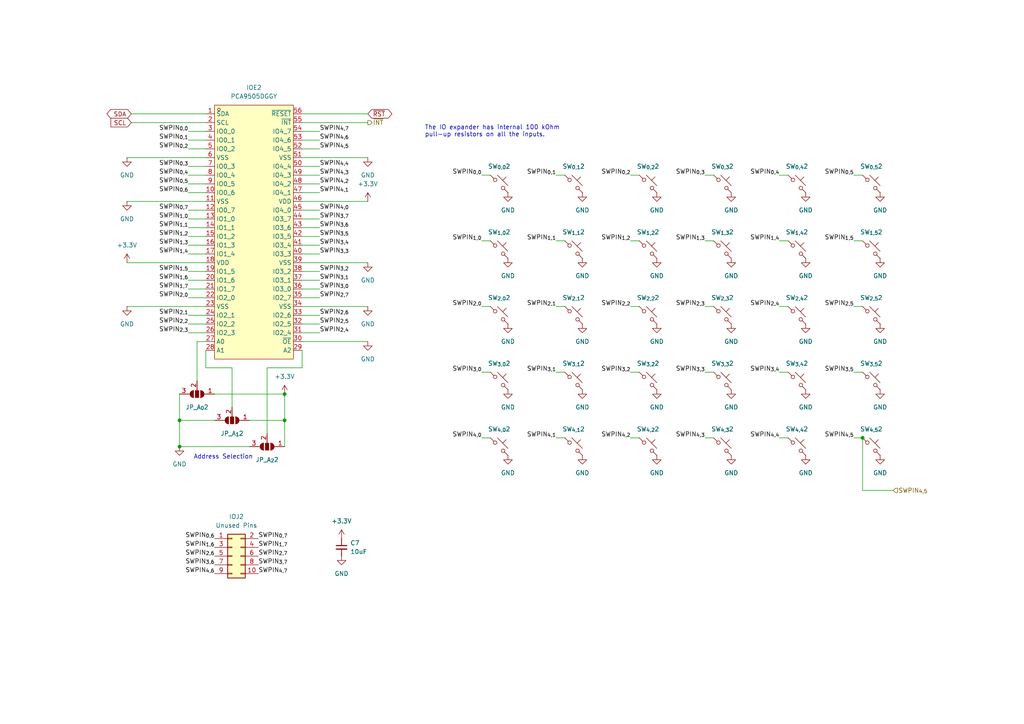
<source format=kicad_sch>
(kicad_sch (version 20250114) (generator "eeschema") (generator_version "9.0")
  (paper "A4")
  (title_block (title "Switches Left Half") (date "2025-08-05") (rev "0.1") (company "Jakub Hlusička"))
  (lib_symbols
    (symbol "Connector_Generic:Conn_02x05_Odd_Even" (pin_names (offset 1.016) (hide yes))
      (property "Reference" "J" (at 1.27 7.62 0))
      (property "Value" "Conn_02x05_Odd_Even" (at 1.27 -7.62 0))
      (symbol "Conn_02x05_Odd_Even_1_1"
        (rectangle (start -1.27 6.35) (end 3.81 -6.35) (stroke (width 0.254)) (fill (type background)))
        (rectangle (start -1.27 5.207) (end 0 4.953) (stroke (width 0.1524)))
        (rectangle (start -1.27 2.667) (end 0 2.413) (stroke (width 0.1524)))
        (rectangle (start -1.27 0.127) (end 0 -0.127) (stroke (width 0.1524)))
        (rectangle (start -1.27 -2.413) (end 0 -2.667) (stroke (width 0.1524)))
        (rectangle (start -1.27 -4.953) (end 0 -5.207) (stroke (width 0.1524)))
        (rectangle (start 3.81 5.207) (end 2.54 4.953) (stroke (width 0.1524)))
        (rectangle (start 3.81 2.667) (end 2.54 2.413) (stroke (width 0.1524)))
        (rectangle (start 3.81 0.127) (end 2.54 -0.127) (stroke (width 0.1524)))
        (rectangle (start 3.81 -2.413) (end 2.54 -2.667) (stroke (width 0.1524)))
        (rectangle (start 3.81 -4.953) (end 2.54 -5.207) (stroke (width 0.1524)))
        (pin passive line (at -5.08 5.08 0) (length 3.81) (name "Pin_1") (number "1"))
        (pin passive line (at -5.08 2.54 0) (length 3.81) (name "Pin_3") (number "3"))
        (pin passive line (at -5.08 0 0) (length 3.81) (name "Pin_5") (number "5"))
        (pin passive line (at -5.08 -2.54 0) (length 3.81) (name "Pin_7") (number "7"))
        (pin passive line (at -5.08 -5.08 0) (length 3.81) (name "Pin_9") (number "9"))
        (pin passive line (at 7.62 5.08 180) (length 3.81) (name "Pin_2") (number "2"))
        (pin passive line (at 7.62 2.54 180) (length 3.81) (name "Pin_4") (number "4"))
        (pin passive line (at 7.62 0 180) (length 3.81) (name "Pin_6") (number "6"))
        (pin passive line (at 7.62 -2.54 180) (length 3.81) (name "Pin_8") (number "8"))
        (pin passive line (at 7.62 -5.08 180) (length 3.81) (name "Pin_10") (number "10"))
      )
    )
    (symbol "Device:C_Small" (pin_numbers (hide yes)) (pin_names (offset 0.254) (hide yes))
      (property "Reference" "C" (at 0.254 1.778 0))
      (property "Value" "C_Small" (at 0.254 -2.032 0))
      (symbol "C_Small_0_1"
        (polyline (pts (xy -1.524 0.508) (xy 1.524 0.508)) (stroke (width 0.3048)))
        (polyline (pts (xy -1.524 -0.508) (xy 1.524 -0.508)) (stroke (width 0.3302)))
      )
      (symbol "C_Small_1_1"
        (pin passive line (at 0 2.54 270) (length 2.032) (name "~") (number "1"))
        (pin passive line (at 0 -2.54 90) (length 2.032) (name "~") (number "2"))
      )
    )
    (symbol "Jumper:SolderJumper_3_Open" (pin_names (offset 0) (hide yes)) (in_bom no)
      (property "Reference" "JP" (at -2.54 -2.54 0))
      (property "Value" "SolderJumper_3_Open" (at 0 2.794 0))
      (symbol "SolderJumper_3_Open_0_1"
        (polyline (pts (xy -2.54 0) (xy -2.032 0)))
        (polyline (pts (xy -1.016 1.016) (xy -1.016 -1.016)))
        (arc (start -1.016 -1.016) (mid -2.0276 0) (end -1.016 1.016))
        (arc (start -1.016 -1.016) (mid -2.0276 0) (end -1.016 1.016) (fill (type outline)))
        (rectangle (start -0.508 1.016) (end 0.508 -1.016) (fill (type outline)))
        (polyline (pts (xy 0 -1.27) (xy 0 -1.016)))
        (arc (start 1.016 1.016) (mid 2.0276 0) (end 1.016 -1.016))
        (arc (start 1.016 1.016) (mid 2.0276 0) (end 1.016 -1.016) (fill (type outline)))
        (polyline (pts (xy 1.016 1.016) (xy 1.016 -1.016)))
        (polyline (pts (xy 2.54 0) (xy 2.032 0)))
      )
      (symbol "SolderJumper_3_Open_1_1"
        (pin passive line (at -5.08 0 0) (length 2.54) (name "A") (number "1"))
        (pin passive line (at 0 -3.81 90) (length 2.54) (name "C") (number "2"))
        (pin passive line (at 5.08 0 180) (length 2.54) (name "B") (number "3"))
      )
    )
    (symbol "Switch:SW_Push_45deg" (pin_numbers (hide yes)) (pin_names (offset 1.016) (hide yes))
      (property "Reference" "SW" (at 3.048 1.016 0))
      (property "Value" "SW_Push_45deg" (at 0 -3.81 0))
      (symbol "SW_Push_45deg_0_1"
        (polyline (pts (xy -2.54 2.54) (xy -1.524 1.524) (xy -1.524 1.524)))
        (circle (center -1.1684 1.1684) (radius 0.508))
        (polyline (pts (xy -0.508 2.54) (xy 2.54 -0.508)))
        (polyline (pts (xy 1.016 1.016) (xy 2.032 2.032)))
        (circle (center 1.143 -1.1938) (radius 0.508))
        (polyline (pts (xy 1.524 -1.524) (xy 2.54 -2.54) (xy 2.54 -2.54) (xy 2.54 -2.54)))
        (pin passive line (at -2.54 2.54 0) (length 0) (name "1") (number "1"))
        (pin passive line (at 2.54 -2.54 180) (length 0) (name "2") (number "2"))
      )
    )
    (symbol "easyeda2kicad:PCA9505DGGY"
      (property "Reference" "U" (at 0 39.37 0))
      (property "Value" "PCA9505DGGY" (at 0 -39.37 0))
      (symbol "PCA9505DGGY_0_1"
        (rectangle (start -11.43 36.83) (end 11.43 -36.83) (fill (type background)))
        (circle (center -10.16 35.56) (radius 0.38))
      )
      (symbol "PCA9505DGGY_1_1"
        (pin bidirectional line (at -13.97 34.29 0) (length 2.54) (name "SDA") (number "1"))
        (pin input line (at -13.97 31.75 0) (length 2.54) (name "SCL") (number "2"))
        (pin bidirectional line (at -13.97 29.21 0) (length 2.54) (name "IO0_0") (number "3"))
        (pin bidirectional line (at -13.97 26.67 0) (length 2.54) (name "IO0_1") (number "4"))
        (pin bidirectional line (at -13.97 24.13 0) (length 2.54) (name "IO0_2") (number "5"))
        (pin power_in line (at -13.97 21.59 0) (length 2.54) (name "VSS") (number "6"))
        (pin bidirectional line (at -13.97 19.05 0) (length 2.54) (name "IO0_3") (number "7"))
        (pin bidirectional line (at -13.97 16.51 0) (length 2.54) (name "IO0_4") (number "8"))
        (pin bidirectional line (at -13.97 13.97 0) (length 2.54) (name "IO0_5") (number "9"))
        (pin bidirectional line (at -13.97 11.43 0) (length 2.54) (name "IO0_6") (number "10"))
        (pin power_in line (at -13.97 8.89 0) (length 2.54) (name "VSS") (number "11"))
        (pin bidirectional line (at -13.97 6.35 0) (length 2.54) (name "IO0_7") (number "12"))
        (pin bidirectional line (at -13.97 3.81 0) (length 2.54) (name "IO1_0") (number "13"))
        (pin bidirectional line (at -13.97 1.27 0) (length 2.54) (name "IO1_1") (number "14"))
        (pin bidirectional line (at -13.97 -1.27 0) (length 2.54) (name "IO1_2") (number "15"))
        (pin bidirectional line (at -13.97 -3.81 0) (length 2.54) (name "IO1_3") (number "16"))
        (pin bidirectional line (at -13.97 -6.35 0) (length 2.54) (name "IO1_4") (number "17"))
        (pin power_in line (at -13.97 -8.89 0) (length 2.54) (name "VDD") (number "18"))
        (pin bidirectional line (at -13.97 -11.43 0) (length 2.54) (name "IO1_5") (number "19"))
        (pin bidirectional line (at -13.97 -13.97 0) (length 2.54) (name "IO1_6") (number "20"))
        (pin bidirectional line (at -13.97 -16.51 0) (length 2.54) (name "IO1_7") (number "21"))
        (pin bidirectional line (at -13.97 -19.05 0) (length 2.54) (name "IO2_0") (number "22"))
        (pin power_in line (at -13.97 -21.59 0) (length 2.54) (name "VSS") (number "23"))
        (pin bidirectional line (at -13.97 -24.13 0) (length 2.54) (name "IO2_1") (number "24"))
        (pin bidirectional line (at -13.97 -26.67 0) (length 2.54) (name "IO2_2") (number "25"))
        (pin bidirectional line (at -13.97 -29.21 0) (length 2.54) (name "IO2_3") (number "26"))
        (pin input line (at -13.97 -31.75 0) (length 2.54) (name "A0") (number "27"))
        (pin input line (at -13.97 -34.29 0) (length 2.54) (name "A1") (number "28"))
        (pin input line (at 13.97 34.29 180) (length 2.54) (name "~{RESET}") (number "56"))
        (pin open_collector line (at 13.97 31.75 180) (length 2.54) (name "~{INT}") (number "55"))
        (pin bidirectional line (at 13.97 29.21 180) (length 2.54) (name "IO4_7") (number "54"))
        (pin bidirectional line (at 13.97 26.67 180) (length 2.54) (name "IO4_6") (number "53"))
        (pin bidirectional line (at 13.97 24.13 180) (length 2.54) (name "IO4_5") (number "52"))
        (pin power_in line (at 13.97 21.59 180) (length 2.54) (name "VSS") (number "51"))
        (pin bidirectional line (at 13.97 19.05 180) (length 2.54) (name "IO4_4") (number "50"))
        (pin bidirectional line (at 13.97 16.51 180) (length 2.54) (name "IO4_3") (number "49"))
        (pin bidirectional line (at 13.97 13.97 180) (length 2.54) (name "IO4_2") (number "48"))
        (pin bidirectional line (at 13.97 11.43 180) (length 2.54) (name "IO4_1") (number "47"))
        (pin power_in line (at 13.97 8.89 180) (length 2.54) (name "VDD") (number "46"))
        (pin bidirectional line (at 13.97 6.35 180) (length 2.54) (name "IO4_0") (number "45"))
        (pin bidirectional line (at 13.97 3.81 180) (length 2.54) (name "IO3_7") (number "44"))
        (pin bidirectional line (at 13.97 1.27 180) (length 2.54) (name "IO3_6") (number "43"))
        (pin bidirectional line (at 13.97 -1.27 180) (length 2.54) (name "IO3_5") (number "42"))
        (pin bidirectional line (at 13.97 -3.81 180) (length 2.54) (name "IO3_4") (number "41"))
        (pin bidirectional line (at 13.97 -6.35 180) (length 2.54) (name "IO3_3") (number "40"))
        (pin power_in line (at 13.97 -8.89 180) (length 2.54) (name "VSS") (number "39"))
        (pin bidirectional line (at 13.97 -11.43 180) (length 2.54) (name "IO3_2") (number "38"))
        (pin bidirectional line (at 13.97 -13.97 180) (length 2.54) (name "IO3_1") (number "37"))
        (pin bidirectional line (at 13.97 -16.51 180) (length 2.54) (name "IO3_0") (number "36"))
        (pin bidirectional line (at 13.97 -19.05 180) (length 2.54) (name "IO2_7") (number "35"))
        (pin power_in line (at 13.97 -21.59 180) (length 2.54) (name "VSS") (number "34"))
        (pin bidirectional line (at 13.97 -24.13 180) (length 2.54) (name "IO2_6") (number "33"))
        (pin bidirectional line (at 13.97 -26.67 180) (length 2.54) (name "IO2_5") (number "32"))
        (pin bidirectional line (at 13.97 -29.21 180) (length 2.54) (name "IO2_4") (number "31"))
        (pin input line (at 13.97 -31.75 180) (length 2.54) (name "~{OE}") (number "30"))
        (pin input line (at 13.97 -34.29 180) (length 2.54) (name "A2") (number "29"))
      )
    )
    (symbol "power:+3.3V" (power) (pin_numbers (hide yes)) (pin_names (offset 0) (hide yes))
      (property "Value" "+3.3V" (at 0 3.556 0))
      (symbol "+3.3V_0_1"
        (polyline (pts (xy -0.762 1.27) (xy 0 2.54)))
        (polyline (pts (xy 0 2.54) (xy 0.762 1.27)))
        (polyline (pts (xy 0 0) (xy 0 2.54)))
      )
      (symbol "+3.3V_1_1"
        (pin power_in line (at 0 0 90) (length 0) (name "~") (number "1"))
      )
    )
    (symbol "power:GND" (power) (pin_numbers (hide yes)) (pin_names (offset 0) (hide yes))
      (property "Value" "GND" (at 0 -3.81 0))
      (symbol "GND_0_1"
        (polyline (pts (xy 0 0) (xy 0 -1.27) (xy 1.27 -1.27) (xy 0 -2.54) (xy -1.27 -1.27) (xy 0 -1.27)))
      )
      (symbol "GND_1_1"
        (pin power_in line (at 0 0 270) (length 0) (name "~") (number "1"))
      )
    )
  )
  (text "Address Selection" (at 64.77 132.588 0) (effects (font (size 1.27 1.27))))
  (text "The IO expander has internal 100 kOhm\npull-up resistors on all the inputs." (at 123.19 38.1 0) (effects (font (size 1.27 1.27)) (justify left)))
  (junction (at 250.19 127))
  (junction (at 82.55 121.92))
  (junction (at 52.07 129.54))
  (junction (at 52.07 121.92))
  (junction (at 82.55 114.3))
  (wire (pts (xy 106.68 99.06) (xy 87.63 99.06)))
  (wire (pts (xy 54.61 38.1) (xy 59.69 38.1)))
  (wire (pts (xy 182.88 88.9) (xy 185.42 88.9)))
  (wire (pts (xy 92.71 40.64) (xy 87.63 40.64)))
  (wire (pts (xy 54.61 60.96) (xy 59.69 60.96)))
  (wire (pts (xy 54.61 43.18) (xy 59.69 43.18)))
  (wire (pts (xy 54.61 73.66) (xy 59.69 73.66)))
  (wire (pts (xy 87.63 101.6) (xy 87.63 106.68)))
  (wire (pts (xy 139.7 88.9) (xy 142.24 88.9)))
  (wire (pts (xy 92.71 73.66) (xy 87.63 73.66)))
  (wire (pts (xy 92.71 63.5) (xy 87.63 63.5)))
  (wire (pts (xy 182.88 69.85) (xy 185.42 69.85)))
  (wire (pts (xy 139.7 127) (xy 142.24 127)))
  (wire (pts (xy 92.71 38.1) (xy 87.63 38.1)))
  (wire (pts (xy 54.61 68.58) (xy 59.69 68.58)))
  (wire (pts (xy 62.23 114.3) (xy 82.55 114.3)))
  (wire (pts (xy 92.71 50.8) (xy 87.63 50.8)))
  (wire (pts (xy 92.71 81.28) (xy 87.63 81.28)))
  (wire (pts (xy 87.63 35.56) (xy 106.68 35.56)))
  (wire (pts (xy 36.83 76.2) (xy 59.69 76.2)))
  (wire (pts (xy 226.06 88.9) (xy 228.6 88.9)))
  (wire (pts (xy 77.47 125.73) (xy 77.47 106.68)))
  (wire (pts (xy 38.1 33.02) (xy 59.69 33.02)))
  (wire (pts (xy 54.61 66.04) (xy 59.69 66.04)))
  (wire (pts (xy 67.31 106.68) (xy 67.31 118.11)))
  (wire (pts (xy 92.71 86.36) (xy 87.63 86.36)))
  (wire (pts (xy 92.71 68.58) (xy 87.63 68.58)))
  (wire (pts (xy 204.47 107.95) (xy 207.01 107.95)))
  (wire (pts (xy 92.71 71.12) (xy 87.63 71.12)))
  (wire (pts (xy 38.1 35.56) (xy 59.69 35.56)))
  (wire (pts (xy 72.39 121.92) (xy 82.55 121.92)))
  (wire (pts (xy 161.29 50.8) (xy 163.83 50.8)))
  (wire (pts (xy 52.07 114.3) (xy 52.07 121.92)))
  (wire (pts (xy 250.19 142.24) (xy 259.08 142.24)))
  (wire (pts (xy 226.06 50.8) (xy 228.6 50.8)))
  (wire (pts (xy 92.71 93.98) (xy 87.63 93.98)))
  (wire (pts (xy 87.63 33.02) (xy 106.68 33.02)))
  (wire (pts (xy 54.61 91.44) (xy 59.69 91.44)))
  (wire (pts (xy 226.06 107.95) (xy 228.6 107.95)))
  (wire (pts (xy 92.71 83.82) (xy 87.63 83.82)))
  (wire (pts (xy 87.63 45.72) (xy 106.68 45.72)))
  (wire (pts (xy 92.71 43.18) (xy 87.63 43.18)))
  (wire (pts (xy 247.65 88.9) (xy 250.19 88.9)))
  (wire (pts (xy 59.69 106.68) (xy 67.31 106.68)))
  (wire (pts (xy 54.61 71.12) (xy 59.69 71.12)))
  (wire (pts (xy 247.65 127) (xy 250.19 127)))
  (wire (pts (xy 52.07 129.54) (xy 72.39 129.54)))
  (wire (pts (xy 54.61 78.74) (xy 59.69 78.74)))
  (wire (pts (xy 54.61 40.64) (xy 59.69 40.64)))
  (wire (pts (xy 204.47 50.8) (xy 207.01 50.8)))
  (wire (pts (xy 54.61 48.26) (xy 59.69 48.26)))
  (wire (pts (xy 182.88 50.8) (xy 185.42 50.8)))
  (wire (pts (xy 139.7 50.8) (xy 142.24 50.8)))
  (wire (pts (xy 87.63 76.2) (xy 106.68 76.2)))
  (wire (pts (xy 247.65 69.85) (xy 250.19 69.85)))
  (wire (pts (xy 247.65 50.8) (xy 250.19 50.8)))
  (wire (pts (xy 52.07 121.92) (xy 52.07 129.54)))
  (wire (pts (xy 139.7 107.95) (xy 142.24 107.95)))
  (wire (pts (xy 161.29 88.9) (xy 163.83 88.9)))
  (wire (pts (xy 92.71 60.96) (xy 87.63 60.96)))
  (wire (pts (xy 54.61 63.5) (xy 59.69 63.5)))
  (wire (pts (xy 226.06 69.85) (xy 228.6 69.85)))
  (wire (pts (xy 82.55 114.3) (xy 82.55 121.92)))
  (wire (pts (xy 54.61 93.98) (xy 59.69 93.98)))
  (wire (pts (xy 182.88 127) (xy 185.42 127)))
  (wire (pts (xy 77.47 106.68) (xy 87.63 106.68)))
  (wire (pts (xy 87.63 88.9) (xy 106.68 88.9)))
  (wire (pts (xy 204.47 127) (xy 207.01 127)))
  (wire (pts (xy 59.69 101.6) (xy 59.69 106.68)))
  (wire (pts (xy 87.63 58.42) (xy 106.68 58.42)))
  (wire (pts (xy 36.83 58.42) (xy 59.69 58.42)))
  (wire (pts (xy 226.06 127) (xy 228.6 127)))
  (wire (pts (xy 161.29 107.95) (xy 163.83 107.95)))
  (wire (pts (xy 36.83 45.72) (xy 59.69 45.72)))
  (wire (pts (xy 54.61 96.52) (xy 59.69 96.52)))
  (wire (pts (xy 54.61 83.82) (xy 59.69 83.82)))
  (wire (pts (xy 139.7 69.85) (xy 142.24 69.85)))
  (wire (pts (xy 182.88 107.95) (xy 185.42 107.95)))
  (wire (pts (xy 92.71 91.44) (xy 87.63 91.44)))
  (wire (pts (xy 92.71 66.04) (xy 87.63 66.04)))
  (wire (pts (xy 92.71 55.88) (xy 87.63 55.88)))
  (wire (pts (xy 36.83 88.9) (xy 59.69 88.9)))
  (wire (pts (xy 161.29 69.85) (xy 163.83 69.85)))
  (wire (pts (xy 54.61 86.36) (xy 59.69 86.36)))
  (wire (pts (xy 59.69 99.06) (xy 57.15 99.06)))
  (wire (pts (xy 52.07 121.92) (xy 62.23 121.92)))
  (wire (pts (xy 92.71 53.34) (xy 87.63 53.34)))
  (wire (pts (xy 82.55 121.92) (xy 82.55 129.54)))
  (wire (pts (xy 204.47 69.85) (xy 207.01 69.85)))
  (wire (pts (xy 161.29 127) (xy 163.83 127)))
  (wire (pts (xy 247.65 107.95) (xy 250.19 107.95)))
  (wire (pts (xy 57.15 99.06) (xy 57.15 110.49)))
  (wire (pts (xy 54.61 50.8) (xy 59.69 50.8)))
  (wire (pts (xy 92.71 78.74) (xy 87.63 78.74)))
  (wire (pts (xy 54.61 53.34) (xy 59.69 53.34)))
  (wire (pts (xy 204.47 88.9) (xy 207.01 88.9)))
  (wire (pts (xy 54.61 55.88) (xy 59.69 55.88)))
  (wire (pts (xy 92.71 48.26) (xy 87.63 48.26)))
  (wire (pts (xy 54.61 81.28) (xy 59.69 81.28)))
  (wire (pts (xy 250.19 127) (xy 250.19 142.24)))
  (wire (pts (xy 92.71 96.52) (xy 87.63 96.52)))
  (label "SWPIN_{3,1}" (at 161.29 107.95 180))
  (label "SWPIN_{0,3}" (at 204.47 50.8 180))
  (label "SWPIN_{3,2}" (at 92.71 78.74 0))
  (label "SWPIN_{0,7}" (at 74.93 156.21 0))
  (label "SWPIN_{4,5}" (at 247.65 127 180))
  (label "SWPIN_{4,6}" (at 62.23 166.37 180))
  (label "SWPIN_{2,7}" (at 92.71 86.36 0))
  (label "SWPIN_{2,1}" (at 54.61 91.44 180))
  (label "SWPIN_{2,7}" (at 74.93 161.29 0))
  (label "SWPIN_{3,5}" (at 247.65 107.95 180))
  (label "SWPIN_{2,4}" (at 226.06 88.9 180))
  (label "SWPIN_{0,6}" (at 54.61 55.88 180))
  (label "SWPIN_{4,4}" (at 226.06 127 180))
  (label "SWPIN_{3,0}" (at 92.71 83.82 0))
  (label "SWPIN_{0,2}" (at 182.88 50.8 180))
  (label "SWPIN_{1,1}" (at 54.61 66.04 180))
  (label "SWPIN_{4,2}" (at 182.88 127 180))
  (label "SWPIN_{2,2}" (at 54.61 93.98 180))
  (label "SWPIN_{3,3}" (at 92.71 73.66 0))
  (label "SWPIN_{1,4}" (at 54.61 73.66 180))
  (label "SWPIN_{4,6}" (at 92.71 40.64 0))
  (label "SWPIN_{2,0}" (at 54.61 86.36 180))
  (label "SWPIN_{1,7}" (at 74.93 158.75 0))
  (label "SWPIN_{0,6}" (at 62.23 156.21 180))
  (label "SWPIN_{1,1}" (at 161.29 69.85 180))
  (label "SWPIN_{1,6}" (at 54.61 81.28 180))
  (label "SWPIN_{1,2}" (at 182.88 69.85 180))
  (label "SWPIN_{4,7}" (at 74.93 166.37 0))
  (label "SWPIN_{0,3}" (at 54.61 48.26 180))
  (label "SWPIN_{2,3}" (at 204.47 88.9 180))
  (label "SWPIN_{0,0}" (at 139.7 50.8 180))
  (label "SWPIN_{3,0}" (at 139.7 107.95 180))
  (label "SWPIN_{3,3}" (at 204.47 107.95 180))
  (label "SWPIN_{0,1}" (at 54.61 40.64 180))
  (label "SWPIN_{3,7}" (at 74.93 163.83 0))
  (label "SWPIN_{2,2}" (at 182.88 88.9 180))
  (label "SWPIN_{0,4}" (at 226.06 50.8 180))
  (label "SWPIN_{0,5}" (at 54.61 53.34 180))
  (label "SWPIN_{0,1}" (at 161.29 50.8 180))
  (label "SWPIN_{2,6}" (at 92.71 91.44 0))
  (label "SWPIN_{4,0}" (at 92.71 60.96 0))
  (label "SWPIN_{1,4}" (at 226.06 69.85 180))
  (label "SWPIN_{1,3}" (at 54.61 71.12 180))
  (label "SWPIN_{1,2}" (at 54.61 68.58 180))
  (label "SWPIN_{3,4}" (at 92.71 71.12 0))
  (label "SWPIN_{4,3}" (at 204.47 127 180))
  (label "SWPIN_{4,3}" (at 92.71 50.8 0))
  (label "SWPIN_{2,0}" (at 139.7 88.9 180))
  (label "SWPIN_{1,5}" (at 247.65 69.85 180))
  (label "SWPIN_{2,5}" (at 92.71 93.98 0))
  (label "SWPIN_{3,1}" (at 92.71 81.28 0))
  (label "SWPIN_{3,5}" (at 92.71 68.58 0))
  (label "SWPIN_{4,1}" (at 92.71 55.88 0))
  (label "SWPIN_{3,2}" (at 182.88 107.95 180))
  (label "SWPIN_{2,5}" (at 247.65 88.9 180))
  (label "SWPIN_{1,3}" (at 204.47 69.85 180))
  (label "SWPIN_{4,1}" (at 161.29 127 180))
  (label "SWPIN_{3,4}" (at 226.06 107.95 180))
  (label "SWPIN_{2,4}" (at 92.71 96.52 0))
  (label "SWPIN_{2,3}" (at 54.61 96.52 180))
  (label "SWPIN_{1,6}" (at 62.23 158.75 180))
  (label "SWPIN_{4,4}" (at 92.71 48.26 0))
  (label "SWPIN_{3,6}" (at 92.71 66.04 0))
  (label "SWPIN_{3,6}" (at 62.23 163.83 180))
  (label "SWPIN_{4,2}" (at 92.71 53.34 0))
  (label "SWPIN_{2,1}" (at 161.29 88.9 180))
  (label "SWPIN_{1,0}" (at 139.7 69.85 180))
  (label "SWPIN_{0,5}" (at 247.65 50.8 180))
  (label "SWPIN_{0,7}" (at 54.61 60.96 180))
  (label "SWPIN_{4,7}" (at 92.71 38.1 0))
  (label "SWPIN_{1,0}" (at 54.61 63.5 180))
  (label "SWPIN_{0,2}" (at 54.61 43.18 180))
  (label "SWPIN_{4,0}" (at 139.7 127 180))
  (label "SWPIN_{0,4}" (at 54.61 50.8 180))
  (label "SWPIN_{3,7}" (at 92.71 63.5 0))
  (label "SWPIN_{0,0}" (at 54.61 38.1 180))
  (label "SWPIN_{1,5}" (at 54.61 78.74 180))
  (label "SWPIN_{1,7}" (at 54.61 83.82 180))
  (label "SWPIN_{2,6}" (at 62.23 161.29 180))
  (label "SWPIN_{4,5}" (at 92.71 43.18 0))
  (global_label "SCL" (shape input) (at 38.1 35.56 180) (property "Intersheetrefs" "${INTERSHEET_REFS}" (effects (hide yes))))
  (global_label "SDA" (shape bidirectional) (at 38.1 33.02 180) (property "Intersheetrefs" "${INTERSHEET_REFS}" (effects (hide yes))))
  (global_label "~{RST}" (shape bidirectional) (at 106.68 33.02 0) (property "Intersheetrefs" "${INTERSHEET_REFS}" (effects (hide yes))))
  (hierarchical_label "~{INT}" (shape output) (at 106.68 35.56 0))
  (hierarchical_label "SWPIN_{4,5}" (shape input) (at 259.08 142.24 0))
  (symbol (lib_id "power:GND") (at 212.09 93.98 0) (unit 1)
    (property "Reference" "#PWR077" (effects (hide yes)))
    (property "Value" "GND" (at 212.09 99.06 0))
    (property "Description" "Power symbol creates a global label with name \"GND\" , ground" (effects (hide yes)))
    (instances (project "acid" (path "" (reference "#PWR032") (unit 1)) (path "" (reference "#PWR077") (unit 1))))
  )
  (symbol (lib_id "Switch:SW_Push_45deg") (at 187.96 129.54 0) (unit 1)
    (property "Reference" "SW_{4,2}1" (at 187.96 124.46 0))
    (property "Value" "SW_Push_45deg" (effects (hide yes)))
    (property "Footprint" "MX_Hotswap:MX-Hotswap-1U" (effects (hide yes)))
    (property "Description" "Push button switch, normally open, two pins, 45° tilted" (effects (hide yes)))
    (instances (project "acid" (path "" (reference "SW_{4,2}2") (unit 1)) (path "" (reference "SW_{4,2}1") (unit 1))))
  )
  (symbol (lib_id "power:GND") (at 255.27 113.03 0) (unit 1)
    (property "Reference" "#PWR088" (effects (hide yes)))
    (property "Value" "GND" (at 255.27 118.11 0))
    (property "Description" "Power symbol creates a global label with name \"GND\" , ground" (effects (hide yes)))
    (instances (project "acid" (path "" (reference "#PWR040") (unit 1)) (path "" (reference "#PWR088") (unit 1))))
  )
  (symbol (lib_id "Switch:SW_Push_45deg") (at 231.14 53.34 0) (unit 1)
    (property "Reference" "SW_{0,4}1" (at 231.14 48.26 0))
    (property "Value" "SW_Push_45deg" (effects (hide yes)))
    (property "Footprint" "MX_Hotswap:MX-Hotswap-1U" (effects (hide yes)))
    (property "Description" "Push button switch, normally open, two pins, 45° tilted" (effects (hide yes)))
    (instances (project "acid" (path "" (reference "SW_{0,4}2") (unit 1)) (path "" (reference "SW_{0,4}1") (unit 1))))
  )
  (symbol (lib_id "power:GND") (at 190.5 132.08 0) (unit 1)
    (property "Reference" "#PWR074" (effects (hide yes)))
    (property "Value" "GND" (at 190.5 137.16 0))
    (property "Description" "Power symbol creates a global label with name \"GND\" , ground" (effects (hide yes)))
    (instances (project "acid" (path "" (reference "#PWR043") (unit 1)) (path "" (reference "#PWR074") (unit 1))))
  )
  (symbol (lib_id "power:GND") (at 190.5 55.88 0) (unit 1)
    (property "Reference" "#PWR070" (effects (hide yes)))
    (property "Value" "GND" (at 190.5 60.96 0))
    (property "Description" "Power symbol creates a global label with name \"GND\" , ground" (effects (hide yes)))
    (instances (project "acid" (path "" (reference "#PWR019") (unit 1)) (path "" (reference "#PWR070") (unit 1))))
  )
  (symbol (lib_id "Switch:SW_Push_45deg") (at 209.55 53.34 0) (unit 1)
    (property "Reference" "SW_{0,3}1" (at 209.55 48.26 0))
    (property "Value" "SW_Push_45deg" (effects (hide yes)))
    (property "Footprint" "MX_Hotswap:MX-Hotswap-1U" (effects (hide yes)))
    (property "Description" "Push button switch, normally open, two pins, 45° tilted" (effects (hide yes)))
    (instances (project "acid" (path "" (reference "SW_{0,3}2") (unit 1)) (path "" (reference "SW_{0,3}1") (unit 1))))
  )
  (symbol (lib_id "Switch:SW_Push_45deg") (at 166.37 110.49 0) (unit 1)
    (property "Reference" "SW_{3,1}1" (at 166.37 105.41 0))
    (property "Value" "SW_Push_45deg" (effects (hide yes)))
    (property "Footprint" "MX_Hotswap:MX-Hotswap-1U" (effects (hide yes)))
    (property "Description" "Push button switch, normally open, two pins, 45° tilted" (effects (hide yes)))
    (instances (project "acid" (path "" (reference "SW_{3,1}2") (unit 1)) (path "" (reference "SW_{3,1}1") (unit 1))))
  )
  (symbol (lib_id "power:GND") (at 106.68 45.72 0) (unit 1)
    (property "Reference" "#PWR055" (effects (hide yes)))
    (property "Value" "GND" (at 106.68 50.8 0))
    (property "Description" "Power symbol creates a global label with name \"GND\" , ground" (effects (hide yes)))
    (instances (project "acid" (path "" (reference "#PWR015") (unit 1)) (path "" (reference "#PWR055") (unit 1))))
  )
  (symbol (lib_id "Switch:SW_Push_45deg") (at 231.14 110.49 0) (unit 1)
    (property "Reference" "SW_{3,4}1" (at 231.14 105.41 0))
    (property "Value" "SW_Push_45deg" (effects (hide yes)))
    (property "Footprint" "MX_Hotswap:MX-Hotswap-1U" (effects (hide yes)))
    (property "Description" "Push button switch, normally open, two pins, 45° tilted" (effects (hide yes)))
    (instances (project "acid" (path "" (reference "SW_{3,4}2") (unit 1)) (path "" (reference "SW_{3,4}1") (unit 1))))
  )
  (symbol (lib_id "power:GND") (at 255.27 93.98 0) (unit 1)
    (property "Reference" "#PWR087" (effects (hide yes)))
    (property "Value" "GND" (at 255.27 99.06 0))
    (property "Description" "Power symbol creates a global label with name \"GND\" , ground" (effects (hide yes)))
    (instances (project "acid" (path "" (reference "#PWR034") (unit 1)) (path "" (reference "#PWR087") (unit 1))))
  )
  (symbol (lib_id "power:GND") (at 190.5 113.03 0) (unit 1)
    (property "Reference" "#PWR073" (effects (hide yes)))
    (property "Value" "GND" (at 190.5 118.11 0))
    (property "Description" "Power symbol creates a global label with name \"GND\" , ground" (effects (hide yes)))
    (instances (project "acid" (path "" (reference "#PWR037") (unit 1)) (path "" (reference "#PWR073") (unit 1))))
  )
  (symbol (lib_id "Switch:SW_Push_45deg") (at 166.37 53.34 0) (unit 1)
    (property "Reference" "SW_{0,1}1" (at 166.37 48.26 0))
    (property "Value" "SW_Push_45deg" (effects (hide yes)))
    (property "Footprint" "MX_Hotswap:MX-Hotswap-1U" (effects (hide yes)))
    (property "Description" "Push button switch, normally open, two pins, 45° tilted" (effects (hide yes)))
    (instances (project "acid" (path "" (reference "SW_{0,1}2") (unit 1)) (path "" (reference "SW_{0,1}1") (unit 1))))
  )
  (symbol (lib_id "power:GND") (at 168.91 55.88 0) (unit 1)
    (property "Reference" "#PWR065" (effects (hide yes)))
    (property "Value" "GND" (at 168.91 60.96 0))
    (property "Description" "Power symbol creates a global label with name \"GND\" , ground" (effects (hide yes)))
    (instances (project "acid" (path "" (reference "#PWR018") (unit 1)) (path "" (reference "#PWR065") (unit 1))))
  )
  (symbol (lib_id "Switch:SW_Push_45deg") (at 166.37 129.54 0) (unit 1)
    (property "Reference" "SW_{4,1}1" (at 166.37 124.46 0))
    (property "Value" "SW_Push_45deg" (effects (hide yes)))
    (property "Footprint" "MX_Hotswap:MX-Hotswap-1U" (effects (hide yes)))
    (property "Description" "Push button switch, normally open, two pins, 45° tilted" (effects (hide yes)))
    (instances (project "acid" (path "" (reference "SW_{4,1}2") (unit 1)) (path "" (reference "SW_{4,1}1") (unit 1))))
  )
  (symbol (lib_id "Switch:SW_Push_45deg") (at 231.14 91.44 0) (unit 1)
    (property "Reference" "SW_{2,4}1" (at 231.14 86.36 0))
    (property "Value" "SW_Push_45deg" (effects (hide yes)))
    (property "Footprint" "MX_Hotswap:MX-Hotswap-1U" (effects (hide yes)))
    (property "Description" "Push button switch, normally open, two pins, 45° tilted" (effects (hide yes)))
    (instances (project "acid" (path "" (reference "SW_{2,4}2") (unit 1)) (path "" (reference "SW_{2,4}1") (unit 1))))
  )
  (symbol (lib_id "power:GND") (at 212.09 74.93 0) (unit 1)
    (property "Reference" "#PWR076" (effects (hide yes)))
    (property "Value" "GND" (at 212.09 80.01 0))
    (property "Description" "Power symbol creates a global label with name \"GND\" , ground" (effects (hide yes)))
    (instances (project "acid" (path "" (reference "#PWR026") (unit 1)) (path "" (reference "#PWR076") (unit 1))))
  )
  (symbol (lib_id "power:GND") (at 106.68 76.2 0) (unit 1)
    (property "Reference" "#PWR057" (effects (hide yes)))
    (property "Value" "GND" (at 106.68 81.28 0))
    (property "Description" "Power symbol creates a global label with name \"GND\" , ground" (effects (hide yes)))
    (instances (project "acid" (path "" (reference "#PWR014") (unit 1)) (path "" (reference "#PWR057") (unit 1))))
  )
  (symbol (lib_id "power:GND") (at 212.09 132.08 0) (unit 1)
    (property "Reference" "#PWR079" (effects (hide yes)))
    (property "Value" "GND" (at 212.09 137.16 0))
    (property "Description" "Power symbol creates a global label with name \"GND\" , ground" (effects (hide yes)))
    (instances (project "acid" (path "" (reference "#PWR044") (unit 1)) (path "" (reference "#PWR079") (unit 1))))
  )
  (symbol (lib_id "power:GND") (at 255.27 74.93 0) (unit 1)
    (property "Reference" "#PWR086" (effects (hide yes)))
    (property "Value" "GND" (at 255.27 80.01 0))
    (property "Description" "Power symbol creates a global label with name \"GND\" , ground" (effects (hide yes)))
    (instances (project "acid" (path "" (reference "#PWR028") (unit 1)) (path "" (reference "#PWR086") (unit 1))))
  )
  (symbol (lib_id "power:GND") (at 106.68 88.9 0) (unit 1)
    (property "Reference" "#PWR058" (effects (hide yes)))
    (property "Value" "GND" (at 106.68 93.98 0))
    (property "Description" "Power symbol creates a global label with name \"GND\" , ground" (effects (hide yes)))
    (instances (project "acid" (path "" (reference "#PWR013") (unit 1)) (path "" (reference "#PWR058") (unit 1))))
  )
  (symbol (lib_id "Switch:SW_Push_45deg") (at 252.73 110.49 0) (unit 1)
    (property "Reference" "SW_{3,5}1" (at 252.73 105.41 0))
    (property "Value" "SW_Push_45deg" (effects (hide yes)))
    (property "Footprint" "MX_Hotswap:MX-Hotswap-1U" (effects (hide yes)))
    (property "Description" "Push button switch, normally open, two pins, 45° tilted" (effects (hide yes)))
    (instances (project "acid" (path "" (reference "SW_{3,5}2") (unit 1)) (path "" (reference "SW_{3,5}1") (unit 1))))
  )
  (symbol (lib_id "power:GND") (at 212.09 55.88 0) (unit 1)
    (property "Reference" "#PWR075" (effects (hide yes)))
    (property "Value" "GND" (at 212.09 60.96 0))
    (property "Description" "Power symbol creates a global label with name \"GND\" , ground" (effects (hide yes)))
    (instances (project "acid" (path "" (reference "#PWR020") (unit 1)) (path "" (reference "#PWR075") (unit 1))))
  )
  (symbol (lib_id "power:GND") (at 36.83 58.42 0) (unit 1)
    (property "Reference" "#PWR049" (effects (hide yes)))
    (property "Value" "GND" (at 36.83 63.5 0))
    (property "Description" "Power symbol creates a global label with name \"GND\" , ground" (effects (hide yes)))
    (instances (project "acid" (path "" (reference "#PWR011") (unit 1)) (path "" (reference "#PWR049") (unit 1))))
  )
  (symbol (lib_id "Switch:SW_Push_45deg") (at 209.55 129.54 0) (unit 1)
    (property "Reference" "SW_{4,3}1" (at 209.55 124.46 0))
    (property "Value" "SW_Push_45deg" (effects (hide yes)))
    (property "Footprint" "MX_Hotswap:MX-Hotswap-1U" (effects (hide yes)))
    (property "Description" "Push button switch, normally open, two pins, 45° tilted" (effects (hide yes)))
    (instances (project "acid" (path "" (reference "SW_{4,3}2") (unit 1)) (path "" (reference "SW_{4,3}1") (unit 1))))
  )
  (symbol (lib_id "power:GND") (at 99.06 161.29 0) (unit 1)
    (property "Reference" "#PWR0116" (effects (hide yes)))
    (property "Value" "GND" (at 99.06 166.37 0))
    (property "Description" "Power symbol creates a global label with name \"GND\" , ground" (effects (hide yes)))
    (instances (project "acid" (path "" (reference "#PWR0117") (unit 1)) (path "" (reference "#PWR0116") (unit 1))))
  )
  (symbol (lib_id "power:GND") (at 36.83 45.72 0) (unit 1)
    (property "Reference" "#PWR048" (effects (hide yes)))
    (property "Value" "GND" (at 36.83 50.8 0))
    (property "Description" "Power symbol creates a global label with name \"GND\" , ground" (effects (hide yes)))
    (instances (project "" (path "" (reference "#PWR0109") (unit 1)) (path "" (reference "#PWR048") (unit 1))))
  )
  (symbol (lib_id "power:GND") (at 106.68 99.06 0) (unit 1)
    (property "Reference" "#PWR059" (effects (hide yes)))
    (property "Value" "GND" (at 106.68 104.14 0))
    (property "Description" "Power symbol creates a global label with name \"GND\" , ground" (effects (hide yes)))
    (instances (project "acid" (path "" (reference "#PWR047") (unit 1)) (path "" (reference "#PWR059") (unit 1))))
  )
  (symbol (lib_id "power:GND") (at 147.32 74.93 0) (unit 1)
    (property "Reference" "#PWR061" (effects (hide yes)))
    (property "Value" "GND" (at 147.32 80.01 0))
    (property "Description" "Power symbol creates a global label with name \"GND\" , ground" (effects (hide yes)))
    (instances (project "acid" (path "" (reference "#PWR023") (unit 1)) (path "" (reference "#PWR061") (unit 1))))
  )
  (symbol (lib_id "Switch:SW_Push_45deg") (at 187.96 53.34 0) (unit 1)
    (property "Reference" "SW_{0,2}1" (at 187.96 48.26 0))
    (property "Value" "SW_Push_45deg" (effects (hide yes)))
    (property "Footprint" "MX_Hotswap:MX-Hotswap-1U" (effects (hide yes)))
    (property "Description" "Push button switch, normally open, two pins, 45° tilted" (effects (hide yes)))
    (instances (project "acid" (path "" (reference "SW_{0,2}2") (unit 1)) (path "" (reference "SW_{0,2}1") (unit 1))))
  )
  (symbol (lib_id "power:+3.3V") (at 106.68 58.42 0) (unit 1)
    (property "Reference" "#PWR056" (effects (hide yes)))
    (property "Value" "+3.3V" (at 106.68 53.34 0))
    (property "Description" "Power symbol creates a global label with name \"+3.3V\"" (effects (hide yes)))
    (instances (project "acid" (path "" (reference "#PWR017") (unit 1)) (path "" (reference "#PWR056") (unit 1))))
  )
  (symbol (lib_id "Switch:SW_Push_45deg") (at 209.55 72.39 0) (unit 1)
    (property "Reference" "SW_{1,3}1" (at 209.55 67.31 0))
    (property "Value" "SW_Push_45deg" (effects (hide yes)))
    (property "Footprint" "MX_Hotswap:MX-Hotswap-1U" (effects (hide yes)))
    (property "Description" "Push button switch, normally open, two pins, 45° tilted" (effects (hide yes)))
    (instances (project "acid" (path "" (reference "SW_{1,3}2") (unit 1)) (path "" (reference "SW_{1,3}1") (unit 1))))
  )
  (symbol (lib_id "power:GND") (at 147.32 55.88 0) (unit 1)
    (property "Reference" "#PWR060" (effects (hide yes)))
    (property "Value" "GND" (at 147.32 60.96 0))
    (property "Description" "Power symbol creates a global label with name \"GND\" , ground" (effects (hide yes)))
    (instances (project "" (path "" (reference "#PWR0107") (unit 1)) (path "" (reference "#PWR060") (unit 1))))
  )
  (symbol (lib_id "power:+3.3V") (at 82.55 114.3 0) (unit 1)
    (property "Reference" "#PWR053" (effects (hide yes)))
    (property "Value" "+3.3V" (at 82.55 109.22 0))
    (property "Description" "Power symbol creates a global label with name \"+3.3V\"" (effects (hide yes)))
    (instances (project "" (path "" (reference "#PWR0104") (unit 1)) (path "" (reference "#PWR053") (unit 1))))
  )
  (symbol (lib_id "Switch:SW_Push_45deg") (at 209.55 91.44 0) (unit 1)
    (property "Reference" "SW_{2,3}1" (at 209.55 86.36 0))
    (property "Value" "SW_Push_45deg" (effects (hide yes)))
    (property "Footprint" "MX_Hotswap:MX-Hotswap-1U" (effects (hide yes)))
    (property "Description" "Push button switch, normally open, two pins, 45° tilted" (effects (hide yes)))
    (instances (project "acid" (path "" (reference "SW_{2,3}2") (unit 1)) (path "" (reference "SW_{2,3}1") (unit 1))))
  )
  (symbol (lib_id "Device:C_Small") (at 99.06 158.75 0) (unit 1)
    (property "Reference" "C6" (at 101.6 157.4862 0) (effects (justify left)))
    (property "Value" "10uF" (at 101.6 160.0262 0) (effects (justify left)))
    (property "Footprint" "Capacitor_SMD:C_0603_1608Metric" (effects (hide yes)))
    (property "Description" "Unpolarized capacitor, small symbol" (effects (hide yes)))
    (instances (project "" (path "" (reference "C7") (unit 1)) (path "" (reference "C6") (unit 1))))
  )
  (symbol (lib_id "Switch:SW_Push_45deg") (at 144.78 91.44 0) (unit 1)
    (property "Reference" "SW_{2,0}1" (at 144.78 86.36 0))
    (property "Value" "SW_Push_45deg" (effects (hide yes)))
    (property "Footprint" "MX_Hotswap:MX-Hotswap-1U" (effects (hide yes)))
    (property "Description" "Push button switch, normally open, two pins, 45° tilted" (effects (hide yes)))
    (instances (project "acid" (path "" (reference "SW_{2,0}2") (unit 1)) (path "" (reference "SW_{2,0}1") (unit 1))))
  )
  (symbol (lib_id "easyeda2kicad:PCA9505DGGY") (at 73.66 67.31 0) (unit 1)
    (property "Reference" "IOE1" (at 73.66 25.4 0))
    (property "Value" "PCA9505DGGY" (at 73.66 27.94 0))
    (property "Footprint" "easyeda2kicad:TSSOP-56_L14.0-W6.1-P0.50-LS8.1-BL" (effects (hide yes)))
    (property "LCSC Part" "C3194497" (effects (hide yes)))
    (instances (project "" (path "" (reference "IOE2") (unit 1)) (path "" (reference "IOE1") (unit 1))))
  )
  (symbol (lib_id "power:GND") (at 168.91 93.98 0) (unit 1)
    (property "Reference" "#PWR067" (effects (hide yes)))
    (property "Value" "GND" (at 168.91 99.06 0))
    (property "Description" "Power symbol creates a global label with name \"GND\" , ground" (effects (hide yes)))
    (instances (project "acid" (path "" (reference "#PWR030") (unit 1)) (path "" (reference "#PWR067") (unit 1))))
  )
  (symbol (lib_id "power:GND") (at 233.68 132.08 0) (unit 1)
    (property "Reference" "#PWR084" (effects (hide yes)))
    (property "Value" "GND" (at 233.68 137.16 0))
    (property "Description" "Power symbol creates a global label with name \"GND\" , ground" (effects (hide yes)))
    (instances (project "acid" (path "" (reference "#PWR045") (unit 1)) (path "" (reference "#PWR084") (unit 1))))
  )
  (symbol (lib_id "power:GND") (at 147.32 93.98 0) (unit 1)
    (property "Reference" "#PWR062" (effects (hide yes)))
    (property "Value" "GND" (at 147.32 99.06 0))
    (property "Description" "Power symbol creates a global label with name \"GND\" , ground" (effects (hide yes)))
    (instances (project "acid" (path "" (reference "#PWR029") (unit 1)) (path "" (reference "#PWR062") (unit 1))))
  )
  (symbol (lib_id "Switch:SW_Push_45deg") (at 187.96 110.49 0) (unit 1)
    (property "Reference" "SW_{3,2}1" (at 187.96 105.41 0))
    (property "Value" "SW_Push_45deg" (effects (hide yes)))
    (property "Footprint" "MX_Hotswap:MX-Hotswap-1U" (effects (hide yes)))
    (property "Description" "Push button switch, normally open, two pins, 45° tilted" (effects (hide yes)))
    (instances (project "acid" (path "" (reference "SW_{3,2}2") (unit 1)) (path "" (reference "SW_{3,2}1") (unit 1))))
  )
  (symbol (lib_id "Switch:SW_Push_45deg") (at 187.96 91.44 0) (unit 1)
    (property "Reference" "SW_{2,2}1" (at 187.96 86.36 0))
    (property "Value" "SW_Push_45deg" (effects (hide yes)))
    (property "Footprint" "MX_Hotswap:MX-Hotswap-1U" (effects (hide yes)))
    (property "Description" "Push button switch, normally open, two pins, 45° tilted" (effects (hide yes)))
    (instances (project "acid" (path "" (reference "SW_{2,2}2") (unit 1)) (path "" (reference "SW_{2,2}1") (unit 1))))
  )
  (symbol (lib_id "Switch:SW_Push_45deg") (at 252.73 129.54 0) (unit 1)
    (property "Reference" "SW_{4,5}1" (at 252.73 124.46 0))
    (property "Value" "SW_Push_45deg" (effects (hide yes)))
    (property "Footprint" "MX_Hotswap:MX-Hotswap-1U" (effects (hide yes)))
    (property "Description" "Push button switch, normally open, two pins, 45° tilted" (effects (hide yes)))
    (instances (project "acid" (path "" (reference "SW_{4,5}2") (unit 1)) (path "" (reference "SW_{4,5}1") (unit 1))))
  )
  (symbol (lib_id "power:GND") (at 190.5 74.93 0) (unit 1)
    (property "Reference" "#PWR071" (effects (hide yes)))
    (property "Value" "GND" (at 190.5 80.01 0))
    (property "Description" "Power symbol creates a global label with name \"GND\" , ground" (effects (hide yes)))
    (instances (project "acid" (path "" (reference "#PWR025") (unit 1)) (path "" (reference "#PWR071") (unit 1))))
  )
  (symbol (lib_id "power:GND") (at 147.32 132.08 0) (unit 1)
    (property "Reference" "#PWR064" (effects (hide yes)))
    (property "Value" "GND" (at 147.32 137.16 0))
    (property "Description" "Power symbol creates a global label with name \"GND\" , ground" (effects (hide yes)))
    (instances (project "acid" (path "" (reference "#PWR041") (unit 1)) (path "" (reference "#PWR064") (unit 1))))
  )
  (symbol (lib_id "Jumper:SolderJumper_3_Open") (at 67.31 121.92 180) (unit 1) (in_bom no)
    (property "Reference" "JP_A_{1}1" (at 67.31 125.73 0))
    (property "Value" "SolderJumper_3_Open" (effects (hide yes)))
    (property "Footprint" "Project_Library:SolderJumper-3_P2.0mm_Open_TrianglePad1.0x1.5mm_LTR" (effects (hide yes)))
    (property "Description" "Solder Jumper, 3-pole, open" (effects (hide yes)))
    (instances (project "acid" (path "" (reference "JP_A_{1}2") (unit 1)) (path "" (reference "JP_A_{1}1") (unit 1))))
  )
  (symbol (lib_id "Switch:SW_Push_45deg") (at 252.73 72.39 0) (unit 1)
    (property "Reference" "SW_{1,5}1" (at 252.73 67.31 0))
    (property "Value" "SW_Push_45deg" (effects (hide yes)))
    (property "Footprint" "MX_Hotswap:MX-Hotswap-1U" (effects (hide yes)))
    (property "Description" "Push button switch, normally open, two pins, 45° tilted" (effects (hide yes)))
    (instances (project "acid" (path "" (reference "SW_{1,5}2") (unit 1)) (path "" (reference "SW_{1,5}1") (unit 1))))
  )
  (symbol (lib_id "Switch:SW_Push_45deg") (at 252.73 91.44 0) (unit 1)
    (property "Reference" "SW_{2,5}1" (at 252.73 86.36 0))
    (property "Value" "SW_Push_45deg" (effects (hide yes)))
    (property "Footprint" "MX_Hotswap:MX-Hotswap-1U" (effects (hide yes)))
    (property "Description" "Push button switch, normally open, two pins, 45° tilted" (effects (hide yes)))
    (instances (project "acid" (path "" (reference "SW_{2,5}2") (unit 1)) (path "" (reference "SW_{2,5}1") (unit 1))))
  )
  (symbol (lib_id "Jumper:SolderJumper_3_Open") (at 57.15 114.3 180) (unit 1) (in_bom no)
    (property "Reference" "JP_A_{0}1" (at 57.15 118.11 0))
    (property "Value" "SolderJumper_3_Open" (effects (hide yes)))
    (property "Footprint" "Project_Library:SolderJumper-3_P2.0mm_Open_TrianglePad1.0x1.5mm_LTR" (effects (hide yes)))
    (property "Description" "Solder Jumper, 3-pole, open" (effects (hide yes)))
    (instances (project "" (path "" (reference "JP_A_{0}2") (unit 1)) (path "" (reference "JP_A_{0}1") (unit 1))))
  )
  (symbol (lib_id "power:GND") (at 36.83 88.9 0) (unit 1)
    (property "Reference" "#PWR051" (effects (hide yes)))
    (property "Value" "GND" (at 36.83 93.98 0))
    (property "Description" "Power symbol creates a global label with name \"GND\" , ground" (effects (hide yes)))
    (instances (project "acid" (path "" (reference "#PWR012") (unit 1)) (path "" (reference "#PWR051") (unit 1))))
  )
  (symbol (lib_id "power:GND") (at 168.91 132.08 0) (unit 1)
    (property "Reference" "#PWR069" (effects (hide yes)))
    (property "Value" "GND" (at 168.91 137.16 0))
    (property "Description" "Power symbol creates a global label with name \"GND\" , ground" (effects (hide yes)))
    (instances (project "acid" (path "" (reference "#PWR042") (unit 1)) (path "" (reference "#PWR069") (unit 1))))
  )
  (symbol (lib_id "Switch:SW_Push_45deg") (at 187.96 72.39 0) (unit 1)
    (property "Reference" "SW_{1,2}1" (at 187.96 67.31 0))
    (property "Value" "SW_Push_45deg" (effects (hide yes)))
    (property "Footprint" "MX_Hotswap:MX-Hotswap-1U" (effects (hide yes)))
    (property "Description" "Push button switch, normally open, two pins, 45° tilted" (effects (hide yes)))
    (instances (project "acid" (path "" (reference "SW_{1,2}2") (unit 1)) (path "" (reference "SW_{1,2}1") (unit 1))))
  )
  (symbol (lib_id "Switch:SW_Push_45deg") (at 166.37 72.39 0) (unit 1)
    (property "Reference" "SW_{1,1}1" (at 166.37 67.31 0))
    (property "Value" "SW_Push_45deg" (effects (hide yes)))
    (property "Footprint" "MX_Hotswap:MX-Hotswap-1U" (effects (hide yes)))
    (property "Description" "Push button switch, normally open, two pins, 45° tilted" (effects (hide yes)))
    (instances (project "acid" (path "" (reference "SW_{1,1}2") (unit 1)) (path "" (reference "SW_{1,1}1") (unit 1))))
  )
  (symbol (lib_id "power:GND") (at 255.27 55.88 0) (unit 1)
    (property "Reference" "#PWR085" (effects (hide yes)))
    (property "Value" "GND" (at 255.27 60.96 0))
    (property "Description" "Power symbol creates a global label with name \"GND\" , ground" (effects (hide yes)))
    (instances (project "acid" (path "" (reference "#PWR022") (unit 1)) (path "" (reference "#PWR085") (unit 1))))
  )
  (symbol (lib_id "power:GND") (at 233.68 93.98 0) (unit 1)
    (property "Reference" "#PWR082" (effects (hide yes)))
    (property "Value" "GND" (at 233.68 99.06 0))
    (property "Description" "Power symbol creates a global label with name \"GND\" , ground" (effects (hide yes)))
    (instances (project "acid" (path "" (reference "#PWR033") (unit 1)) (path "" (reference "#PWR082") (unit 1))))
  )
  (symbol (lib_id "power:GND") (at 190.5 93.98 0) (unit 1)
    (property "Reference" "#PWR072" (effects (hide yes)))
    (property "Value" "GND" (at 190.5 99.06 0))
    (property "Description" "Power symbol creates a global label with name \"GND\" , ground" (effects (hide yes)))
    (instances (project "acid" (path "" (reference "#PWR031") (unit 1)) (path "" (reference "#PWR072") (unit 1))))
  )
  (symbol (lib_id "Switch:SW_Push_45deg") (at 166.37 91.44 0) (unit 1)
    (property "Reference" "SW_{2,1}1" (at 166.37 86.36 0))
    (property "Value" "SW_Push_45deg" (effects (hide yes)))
    (property "Footprint" "MX_Hotswap:MX-Hotswap-1U" (effects (hide yes)))
    (property "Description" "Push button switch, normally open, two pins, 45° tilted" (effects (hide yes)))
    (instances (project "acid" (path "" (reference "SW_{2,1}2") (unit 1)) (path "" (reference "SW_{2,1}1") (unit 1))))
  )
  (symbol (lib_id "power:GND") (at 233.68 55.88 0) (unit 1)
    (property "Reference" "#PWR080" (effects (hide yes)))
    (property "Value" "GND" (at 233.68 60.96 0))
    (property "Description" "Power symbol creates a global label with name \"GND\" , ground" (effects (hide yes)))
    (instances (project "acid" (path "" (reference "#PWR021") (unit 1)) (path "" (reference "#PWR080") (unit 1))))
  )
  (symbol (lib_id "power:GND") (at 52.07 129.54 0) (unit 1)
    (property "Reference" "#PWR052" (effects (hide yes)))
    (property "Value" "GND" (at 52.07 134.62 0))
    (property "Description" "Power symbol creates a global label with name \"GND\" , ground" (effects (hide yes)))
    (instances (project "" (path "" (reference "#PWR0105") (unit 1)) (path "" (reference "#PWR052") (unit 1))))
  )
  (symbol (lib_id "Switch:SW_Push_45deg") (at 209.55 110.49 0) (unit 1)
    (property "Reference" "SW_{3,3}1" (at 209.55 105.41 0))
    (property "Value" "SW_Push_45deg" (effects (hide yes)))
    (property "Footprint" "MX_Hotswap:MX-Hotswap-1U" (effects (hide yes)))
    (property "Description" "Push button switch, normally open, two pins, 45° tilted" (effects (hide yes)))
    (instances (project "acid" (path "" (reference "SW_{3,3}2") (unit 1)) (path "" (reference "SW_{3,3}1") (unit 1))))
  )
  (symbol (lib_id "power:GND") (at 233.68 74.93 0) (unit 1)
    (property "Reference" "#PWR081" (effects (hide yes)))
    (property "Value" "GND" (at 233.68 80.01 0))
    (property "Description" "Power symbol creates a global label with name \"GND\" , ground" (effects (hide yes)))
    (instances (project "acid" (path "" (reference "#PWR027") (unit 1)) (path "" (reference "#PWR081") (unit 1))))
  )
  (symbol (lib_id "Switch:SW_Push_45deg") (at 144.78 53.34 0) (unit 1)
    (property "Reference" "SW_{0,0}1" (at 144.78 48.26 0))
    (property "Value" "SW_Push_45deg" (effects (hide yes)))
    (property "Footprint" "MX_Hotswap:MX-Hotswap-1U" (effects (hide yes)))
    (property "Description" "Push button switch, normally open, two pins, 45° tilted" (effects (hide yes)))
    (instances (project "" (path "" (reference "SW_{0,0}2") (unit 1)) (path "" (reference "SW_{0,0}1") (unit 1))))
  )
  (symbol (lib_id "Connector_Generic:Conn_02x05_Odd_Even") (at 67.31 161.29 0) (unit 1)
    (property "Reference" "IOJ1" (at 68.58 149.86 0))
    (property "Value" "Unused Pins" (at 68.58 152.4 0))
    (property "Footprint" "Connector_PinHeader_2.54mm:PinHeader_2x05_P2.54mm_Vertical" (effects (hide yes)))
    (property "Description" "Generic connector, double row, 02x05, odd/even pin numbering scheme (row 1 odd numbers, row 2 even numbers), script generated (kicad-library-utils/schlib/autogen/connector/)" (effects (hide yes)))
    (instances (project "" (path "" (reference "IOJ2") (unit 1)) (path "" (reference "IOJ1") (unit 1))))
  )
  (symbol (lib_id "Jumper:SolderJumper_3_Open") (at 77.47 129.54 180) (unit 1) (in_bom no)
    (property "Reference" "JP_A_{2}1" (at 77.47 133.35 0))
    (property "Value" "SolderJumper_3_Open" (effects (hide yes)))
    (property "Footprint" "Project_Library:SolderJumper-3_P2.0mm_Open_TrianglePad1.0x1.5mm_LTR" (effects (hide yes)))
    (property "Description" "Solder Jumper, 3-pole, open" (effects (hide yes)))
    (instances (project "acid" (path "" (reference "JP_A_{2}2") (unit 1)) (path "" (reference "JP_A_{2}1") (unit 1))))
  )
  (symbol (lib_id "Switch:SW_Push_45deg") (at 231.14 129.54 0) (unit 1)
    (property "Reference" "SW_{4,4}1" (at 231.14 124.46 0))
    (property "Value" "SW_Push_45deg" (effects (hide yes)))
    (property "Footprint" "MX_Hotswap:MX-Hotswap-1U" (effects (hide yes)))
    (property "Description" "Push button switch, normally open, two pins, 45° tilted" (effects (hide yes)))
    (instances (project "acid" (path "" (reference "SW_{4,4}2") (unit 1)) (path "" (reference "SW_{4,4}1") (unit 1))))
  )
  (symbol (lib_id "power:GND") (at 168.91 74.93 0) (unit 1)
    (property "Reference" "#PWR066" (effects (hide yes)))
    (property "Value" "GND" (at 168.91 80.01 0))
    (property "Description" "Power symbol creates a global label with name \"GND\" , ground" (effects (hide yes)))
    (instances (project "acid" (path "" (reference "#PWR024") (unit 1)) (path "" (reference "#PWR066") (unit 1))))
  )
  (symbol (lib_id "Switch:SW_Push_45deg") (at 231.14 72.39 0) (unit 1)
    (property "Reference" "SW_{1,4}1" (at 231.14 67.31 0))
    (property "Value" "SW_Push_45deg" (effects (hide yes)))
    (property "Footprint" "MX_Hotswap:MX-Hotswap-1U" (effects (hide yes)))
    (property "Description" "Push button switch, normally open, two pins, 45° tilted" (effects (hide yes)))
    (instances (project "acid" (path "" (reference "SW_{1,4}2") (unit 1)) (path "" (reference "SW_{1,4}1") (unit 1))))
  )
  (symbol (lib_id "power:GND") (at 255.27 132.08 0) (unit 1)
    (property "Reference" "#PWR089" (effects (hide yes)))
    (property "Value" "GND" (at 255.27 137.16 0))
    (property "Description" "Power symbol creates a global label with name \"GND\" , ground" (effects (hide yes)))
    (instances (project "acid" (path "" (reference "#PWR046") (unit 1)) (path "" (reference "#PWR089") (unit 1))))
  )
  (symbol (lib_id "Switch:SW_Push_45deg") (at 144.78 110.49 0) (unit 1)
    (property "Reference" "SW_{3,0}1" (at 144.78 105.41 0))
    (property "Value" "SW_Push_45deg" (effects (hide yes)))
    (property "Footprint" "MX_Hotswap:MX-Hotswap-1U" (effects (hide yes)))
    (property "Description" "Push button switch, normally open, two pins, 45° tilted" (effects (hide yes)))
    (instances (project "acid" (path "" (reference "SW_{3,0}2") (unit 1)) (path "" (reference "SW_{3,0}1") (unit 1))))
  )
  (symbol (lib_id "power:GND") (at 147.32 113.03 0) (unit 1)
    (property "Reference" "#PWR063" (effects (hide yes)))
    (property "Value" "GND" (at 147.32 118.11 0))
    (property "Description" "Power symbol creates a global label with name \"GND\" , ground" (effects (hide yes)))
    (instances (project "acid" (path "" (reference "#PWR035") (unit 1)) (path "" (reference "#PWR063") (unit 1))))
  )
  (symbol (lib_id "power:+3.3V") (at 99.06 156.21 0) (unit 1)
    (property "Reference" "#PWR0118" (effects (hide yes)))
    (property "Value" "+3.3V" (at 99.06 151.13 0))
    (property "Description" "Power symbol creates a global label with name \"+3.3V\"" (effects (hide yes)))
    (instances (project "acid" (path "" (reference "#PWR0119") (unit 1)) (path "" (reference "#PWR0118") (unit 1))))
  )
  (symbol (lib_id "power:+3.3V") (at 36.83 76.2 0) (unit 1)
    (property "Reference" "#PWR050" (effects (hide yes)))
    (property "Value" "+3.3V" (at 36.83 71.12 0))
    (property "Description" "Power symbol creates a global label with name \"+3.3V\"" (effects (hide yes)))
    (instances (project "" (path "" (reference "#PWR0108") (unit 1)) (path "" (reference "#PWR050") (unit 1))))
  )
  (symbol (lib_id "Switch:SW_Push_45deg") (at 144.78 129.54 0) (unit 1)
    (property "Reference" "SW_{4,0}1" (at 144.78 124.46 0))
    (property "Value" "SW_Push_45deg" (effects (hide yes)))
    (property "Footprint" "MX_Hotswap:MX-Hotswap-1U" (effects (hide yes)))
    (property "Description" "Push button switch, normally open, two pins, 45° tilted" (effects (hide yes)))
    (instances (project "acid" (path "" (reference "SW_{4,0}2") (unit 1)) (path "" (reference "SW_{4,0}1") (unit 1))))
  )
  (symbol (lib_id "power:GND") (at 212.09 113.03 0) (unit 1)
    (property "Reference" "#PWR078" (effects (hide yes)))
    (property "Value" "GND" (at 212.09 118.11 0))
    (property "Description" "Power symbol creates a global label with name \"GND\" , ground" (effects (hide yes)))
    (instances (project "acid" (path "" (reference "#PWR038") (unit 1)) (path "" (reference "#PWR078") (unit 1))))
  )
  (symbol (lib_id "power:GND") (at 233.68 113.03 0) (unit 1)
    (property "Reference" "#PWR083" (effects (hide yes)))
    (property "Value" "GND" (at 233.68 118.11 0))
    (property "Description" "Power symbol creates a global label with name \"GND\" , ground" (effects (hide yes)))
    (instances (project "acid" (path "" (reference "#PWR039") (unit 1)) (path "" (reference "#PWR083") (unit 1))))
  )
  (symbol (lib_id "Switch:SW_Push_45deg") (at 252.73 53.34 0) (unit 1)
    (property "Reference" "SW_{0,5}1" (at 252.73 48.26 0))
    (property "Value" "SW_Push_45deg" (effects (hide yes)))
    (property "Footprint" "MX_Hotswap:MX-Hotswap-1U" (effects (hide yes)))
    (property "Description" "Push button switch, normally open, two pins, 45° tilted" (effects (hide yes)))
    (instances (project "acid" (path "" (reference "SW_{0,5}2") (unit 1)) (path "" (reference "SW_{0,5}1") (unit 1))))
  )
  (symbol (lib_id "Switch:SW_Push_45deg") (at 144.78 72.39 0) (unit 1)
    (property "Reference" "SW_{1,0}1" (at 144.78 67.31 0))
    (property "Value" "SW_Push_45deg" (effects (hide yes)))
    (property "Footprint" "MX_Hotswap:MX-Hotswap-1U" (effects (hide yes)))
    (property "Description" "Push button switch, normally open, two pins, 45° tilted" (effects (hide yes)))
    (instances (project "acid" (path "" (reference "SW_{1,0}2") (unit 1)) (path "" (reference "SW_{1,0}1") (unit 1))))
  )
  (symbol (lib_id "power:GND") (at 168.91 113.03 0) (unit 1)
    (property "Reference" "#PWR068" (effects (hide yes)))
    (property "Value" "GND" (at 168.91 118.11 0))
    (property "Description" "Power symbol creates a global label with name \"GND\" , ground" (effects (hide yes)))
    (instances (project "acid" (path "" (reference "#PWR036") (unit 1)) (path "" (reference "#PWR068") (unit 1))))
  )
)
</source>
